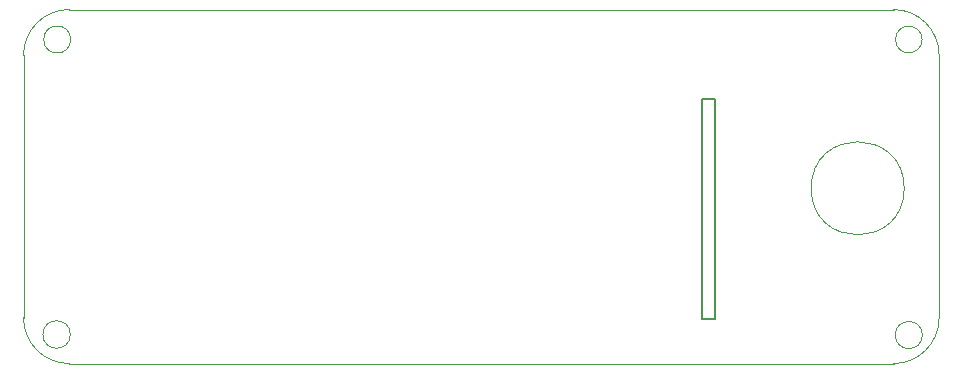
<source format=gbr>
%TF.GenerationSoftware,KiCad,Pcbnew,8.0.7-8.0.7-0~ubuntu22.04.1*%
%TF.CreationDate,2024-12-28T00:37:12+00:00*%
%TF.ProjectId,numcalcium,6e756d63-616c-4636-9975-6d2e6b696361,rev?*%
%TF.SameCoordinates,Original*%
%TF.FileFunction,Profile,NP*%
%FSLAX46Y46*%
G04 Gerber Fmt 4.6, Leading zero omitted, Abs format (unit mm)*
G04 Created by KiCad (PCBNEW 8.0.7-8.0.7-0~ubuntu22.04.1) date 2024-12-28 00:37:12*
%MOMM*%
%LPD*%
G01*
G04 APERTURE LIST*
%TA.AperFunction,Profile*%
%ADD10C,0.150000*%
%TD*%
%TA.AperFunction,Profile*%
%ADD11C,0.100000*%
%TD*%
G04 APERTURE END LIST*
D10*
X57726770Y25192601D02*
X58768170Y25192601D01*
X58768170Y6599801D01*
X57726770Y6599801D01*
X57726770Y25192601D01*
D11*
X256439Y28897490D02*
G75*
G02*
X4118993Y32760044I3862554J0D01*
G01*
X77778993Y28897490D02*
X77778993Y6650598D01*
X73916439Y32760044D02*
X4118993Y32760044D01*
X77778993Y6650598D02*
G75*
G02*
X73916439Y2788050I-3862691J143D01*
G01*
X73916439Y2788044D02*
X4118993Y2788044D01*
X256439Y28897490D02*
X256439Y6650598D01*
X4251842Y30220044D02*
G75*
G02*
X1963528Y30220044I-1144157J0D01*
G01*
X1963528Y30220044D02*
G75*
G02*
X4251842Y30220044I1144157J0D01*
G01*
X76329440Y30220044D02*
G75*
G02*
X74082920Y30220044I-1123260J0D01*
G01*
X74082920Y30220044D02*
G75*
G02*
X76329440Y30220044I1123260J0D01*
G01*
X4219716Y5243941D02*
G75*
G02*
X1890890Y5243941I-1164413J0D01*
G01*
X1890890Y5243941D02*
G75*
G02*
X4219716Y5243941I1164413J0D01*
G01*
X4118993Y2788044D02*
G75*
G02*
X256439Y6650598I-6J3862548D01*
G01*
X73916439Y32760044D02*
G75*
G02*
X77779035Y28897490I53J-3862543D01*
G01*
X76361089Y5201044D02*
G75*
G02*
X74064343Y5201044I-1148373J0D01*
G01*
X74064343Y5201044D02*
G75*
G02*
X76361089Y5201044I1148373J0D01*
G01*
X74826668Y17623401D02*
G75*
G02*
X66943112Y17623401I-3941778J0D01*
G01*
X66943112Y17623401D02*
G75*
G02*
X74826668Y17623401I3941778J0D01*
G01*
M02*

</source>
